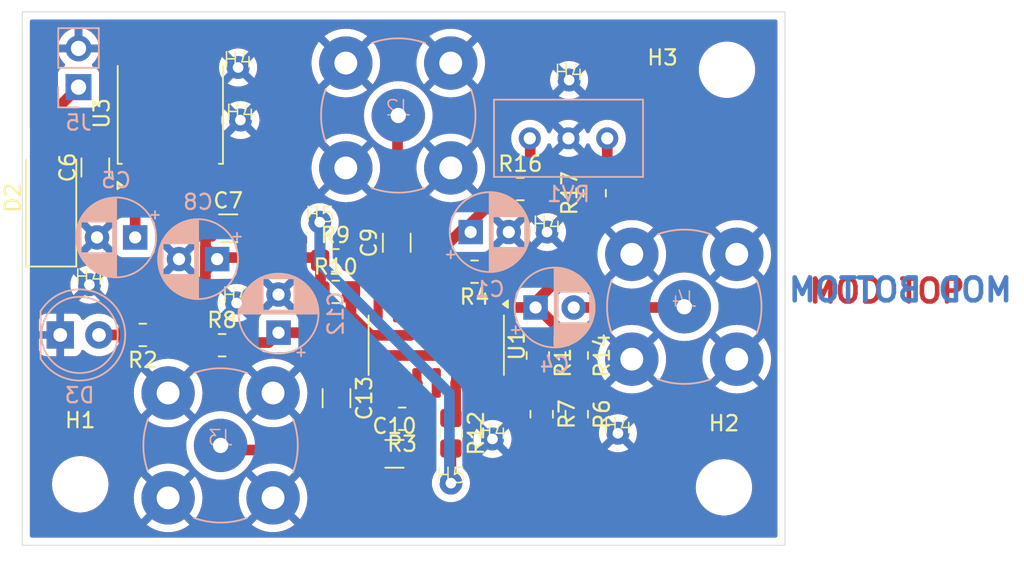
<source format=kicad_pcb>
(kicad_pcb (version 20240108) (generator "pcbnew") (generator_version "8.0")
  (layers (0 "F.Cu" signal) (31 "B.Cu" signal) (34 "B.Paste" user) (35 "F.Paste" user) (36 "B.SilkS" user "B.Silkscreen") (37 "F.SilkS" user "F.Silkscreen") (38 "B.Mask" user) (39 "F.Mask" user) (44 "Edge.Cuts" user))
  (net 0 "")
  (net 1 "Net-(U1-SIG_IN)")
  (net 2 "GND")
  (net 3 "/V_IN")
  (net 4 "+12V")
  (net 5 "Net-(D2-A)")
  (net 6 "Net-(D3-A)")
  (net 7 "Net-(U1-GAIN_ADJ_2)")
  (net 8 "Net-(U1-IN_CARRIER)")
  (net 9 "Net-(U1-BIAS)")
  (net 10 "Net-(U1-GAIN_ADJ)")
  (net 15 "Net-(R14-Pad2)")
  (net 16 "Net-(R12-Pad1)")
  (net 17 "Net-(R16-Pad2)")
  (net 18 "Net-(R17-Pad2)")
  (net 19 "/MOD_A")
  (net 20 "/MOD")
  (net 21 "/OUT_A")
  (net 22 "/OUT")
  (net 23 "/CARRIER")
  (net 24 "/CARRIER_A")
  (footprint "via:Via_0.7x1.5" (layer "F.Cu") (at 151.95 77.95)
    (property "Reference" "H4" (at 0 -0.5 0) (layer "F.SilkS") (effects (font (thickness 0.1))))
    (property "Value" "~")
    (pad "1" thru_hole circle (at 0 0) (size 1.5 1.5) (drill 0.7) (layers "*.Cu" "*.Mask") (net 2 "GND"))
  )
  (footprint "via:Via_0.7x1.5" (layer "F.Cu") (at 152.1 81.4)
    (property "Reference" "H4" (at 0 -0.5 0) (layer "F.SilkS") (effects (font (thickness 0.1))))
    (property "Value" "~")
    (pad "1" thru_hole circle (at 0 0) (size 1.5 1.5) (drill 0.7) (layers "*.Cu" "*.Mask") (net 2 "GND"))
  )
  (footprint "Resistor_SMD:R_0805_2012Metric_Pad1.20x1.40mm_HandSolder" (layer "F.Cu") (at 171.85 100.7 -90)
    (property "Reference" "R7" (at 0 -1.65 90) (layer "F.SilkS"))
    (property "Value" "820")
    (pad "1" smd roundrect (at -1 0 270) (size 1.2 1.4) (layers "F.Cu" "F.Paste" "F.Mask") (roundrect_rratio 0.208333) (net 15 "Net-(R14-Pad2)"))
    (pad "2" smd roundrect (at 1 0 270) (size 1.2 1.4) (layers "F.Cu" "F.Paste" "F.Mask") (roundrect_rratio 0.208333) (net 8 "Net-(U1-IN_CARRIER)"))
  )
  (footprint "Resistor_SMD:R_0805_2012Metric_Pad1.20x1.40mm_HandSolder" (layer "F.Cu") (at 150.9 96.175)
    (property "Reference" "R8" (at 0 -1.65 0) (layer "F.SilkS"))
    (property "Value" "1.3k")
    (pad "1" smd roundrect (at -1 0) (size 1.2 1.4) (layers "F.Cu" "F.Paste" "F.Mask") (roundrect_rratio 0.208333) (net 4 "+12V"))
    (pad "2" smd roundrect (at 1 0) (size 1.2 1.4) (layers "F.Cu" "F.Paste" "F.Mask") (roundrect_rratio 0.208333) (net 8 "Net-(U1-IN_CARRIER)"))
  )
  (footprint "MountingHole:MountingHole_3.2mm_M3" (layer "F.Cu") (at 183.8 105.5)
    (property "Reference" "H2" (at 0 -4.2 0) (layer "F.SilkS"))
    (property "Value" "MountingHole")
    (pad "" np_thru_hole circle (at 0 0) (size 3.2 3.2) (drill 3.2) (layers "*.Cu" "*.Mask"))
  )
  (footprint "Resistor_SMD:R_0805_2012Metric_Pad1.20x1.40mm_HandSolder" (layer "F.Cu") (at 162.7 101 180)
    (property "Reference" "R3" (at 0 -1.65 0) (layer "F.SilkS"))
    (property "Value" "51")
    (pad "1" smd roundrect (at -1 0 180) (size 1.2 1.4) (layers "F.Cu" "F.Paste" "F.Mask") (roundrect_rratio 0.208333) (net 24 "/CARRIER_A"))
    (pad "2" smd roundrect (at 1 0 180) (size 1.2 1.4) (layers "F.Cu" "F.Paste" "F.Mask") (roundrect_rratio 0.208333) (net 8 "Net-(U1-IN_CARRIER)"))
  )
  (footprint "via:Via_0.7x1.5" (layer "F.Cu") (at 142.2 92.2)
    (property "Reference" "H4" (at 0 -0.5 0) (layer "F.SilkS") (effects (font (thickness 0.1))))
    (property "Value" "~")
    (pad "1" thru_hole circle (at 0 0) (size 1.5 1.5) (drill 0.7) (layers "*.Cu" "*.Mask") (net 2 "GND"))
  )
  (footprint "via:Via_0.7x1.5" (layer "F.Cu") (at 151.85 93.4)
    (property "Reference" "H4" (at 0 -0.5 0) (layer "F.SilkS") (effects (font (thickness 0.1))))
    (property "Value" "~")
    (pad "1" thru_hole circle (at 0 0) (size 1.5 1.5) (drill 0.7) (layers "*.Cu" "*.Mask") (net 2 "GND"))
  )
  (footprint "Resistor_SMD:R_0805_2012Metric_Pad1.20x1.40mm_HandSolder" (layer "F.Cu") (at 170.45 85.925)
    (property "Reference" "R16" (at 0 -1.65 0) (layer "F.SilkS"))
    (property "Value" "10k")
    (pad "1" smd roundrect (at -1 0) (size 1.2 1.4) (layers "F.Cu" "F.Paste" "F.Mask") (roundrect_rratio 0.208333) (net 1 "Net-(U1-SIG_IN)"))
    (pad "2" smd roundrect (at 1 0) (size 1.2 1.4) (layers "F.Cu" "F.Paste" "F.Mask") (roundrect_rratio 0.208333) (net 17 "Net-(R16-Pad2)"))
  )
  (footprint "Inductor_SMD:L_1206_3216Metric_Pad1.42x1.75mm_HandSolder" (layer "F.Cu") (at 162.2 103.3)
    (property "Reference" "C10" (at 0 -1.82 0) (layer "F.SilkS"))
    (property "Value" "100n")
    (pad "1" smd roundrect (at -1.4875 0) (size 1.425 1.75) (layers "F.Cu" "F.Paste" "F.Mask") (roundrect_rratio 0.175439) (net 23 "/CARRIER"))
    (pad "2" smd roundrect (at 1.4875 0) (size 1.425 1.75) (layers "F.Cu" "F.Paste" "F.Mask") (roundrect_rratio 0.175439) (net 24 "/CARRIER_A"))
  )
  (footprint "Inductor_SMD:L_1206_3216Metric_Pad1.42x1.75mm_HandSolder" (layer "F.Cu") (at 158.4 99.65 -90)
    (property "Reference" "C13" (at 0 -1.82 90) (layer "F.SilkS"))
    (property "Value" "100n")
    (pad "1" smd roundrect (at -1.4875 0 270) (size 1.425 1.75) (layers "F.Cu" "F.Paste" "F.Mask") (roundrect_rratio 0.175439) (net 8 "Net-(U1-IN_CARRIER)"))
    (pad "2" smd roundrect (at 1.4875 0 270) (size 1.425 1.75) (layers "F.Cu" "F.Paste" "F.Mask") (roundrect_rratio 0.175439) (net 2 "GND"))
  )
  (footprint "MountingHole:MountingHole_3.2mm_M3" (layer "F.Cu") (at 141.6 105.3)
    (property "Reference" "H1" (at 0 -4.2 0) (layer "F.SilkS"))
    (property "Value" "MountingHole")
    (pad "" np_thru_hole circle (at 0 0) (size 3.2 3.2) (drill 3.2) (layers "*.Cu" "*.Mask"))
  )
  (footprint "Resistor_SMD:R_0805_2012Metric_Pad1.20x1.40mm_HandSolder" (layer "F.Cu") (at 175.325 86.2 90)
    (property "Reference" "R17" (at 0 -1.65 90) (layer "F.SilkS"))
    (property "Value" "10k")
    (pad "1" smd roundrect (at -1 0 90) (size 1.2 1.4) (layers "F.Cu" "F.Paste" "F.Mask") (roundrect_rratio 0.208333) (net 19 "/MOD_A"))
    (pad "2" smd roundrect (at 1 0 90) (size 1.2 1.4) (layers "F.Cu" "F.Paste" "F.Mask") (roundrect_rratio 0.208333) (net 18 "Net-(R17-Pad2)"))
  )
  (footprint "Diode_SMD:D_SMA_Handsoldering" (layer "F.Cu") (at 139.6875 86.5 90)
    (property "Reference" "D2" (at 0 -2.5 90) (layer "F.SilkS"))
    (property "Value" "1N4007")
    (pad "1" smd roundrect (at -2.5 0 90) (size 3.5 1.8) (layers "F.Cu" "F.Paste" "F.Mask") (roundrect_rratio 0.1388888889) (net 3 "/V_IN"))
    (pad "2" smd roundrect (at 2.5 0 90) (size 3.5 1.8) (layers "F.Cu" "F.Paste" "F.Mask") (roundrect_rratio 0.1388888889) (net 5 "Net-(D2-A)"))
  )
  (footprint "Resistor_SMD:R_0805_2012Metric_Pad1.20x1.40mm_HandSolder" (layer "F.Cu") (at 171.6 96.85 -90)
    (property "Reference" "R15" (at 0 -1.65 90) (layer "F.SilkS"))
    (property "Value" "100")
    (pad "1" smd roundrect (at -1 0 270) (size 1.2 1.4) (layers "F.Cu" "F.Paste" "F.Mask") (roundrect_rratio 0.208333) (net 1 "Net-(U1-SIG_IN)"))
    (pad "2" smd roundrect (at 1 0 270) (size 1.2 1.4) (layers "F.Cu" "F.Paste" "F.Mask") (roundrect_rratio 0.208333) (net 15 "Net-(R14-Pad2)"))
  )
  (footprint "Inductor_SMD:L_1206_3216Metric_Pad1.42x1.75mm_HandSolder" (layer "F.Cu") (at 151.3 88.5)
    (property "Reference" "C7" (at 0 -1.82 0) (layer "F.SilkS"))
    (property "Value" "100n")
    (pad "1" smd roundrect (at -1.4875 0) (size 1.425 1.75) (layers "F.Cu" "F.Paste" "F.Mask") (roundrect_rratio 0.175439) (net 4 "+12V"))
    (pad "2" smd roundrect (at 1.4875 0) (size 1.425 1.75) (layers "F.Cu" "F.Paste" "F.Mask") (roundrect_rratio 0.175439) (net 2 "GND"))
  )
  (footprint "via:Via_0.7x1.5" (layer "F.Cu") (at 157.3 88.1)
    (property "Reference" "H5" (at 0 -0.5 0) (layer "F.SilkS") (effects (font (thickness 0.1))))
    (property "Value" "~")
    (pad "1" thru_hole circle (at 0 0) (size 1.5 1.5) (drill 0.7) (layers "*.Cu" "*.Mask") (net 4 "+12V"))
  )
  (footprint "Resistor_SMD:R_0805_2012Metric_Pad1.20x1.40mm_HandSolder" (layer "F.Cu") (at 174.15 100.7 -90)
    (property "Reference" "R6" (at 0 -1.65 90) (layer "F.SilkS"))
    (property "Value" "1k")
    (pad "1" smd roundrect (at -1 0 270) (size 1.2 1.4) (layers "F.Cu" "F.Paste" "F.Mask") (roundrect_rratio 0.208333) (net 15 "Net-(R14-Pad2)"))
    (pad "2" smd roundrect (at 1 0 270) (size 1.2 1.4) (layers "F.Cu" "F.Paste" "F.Mask") (roundrect_rratio 0.208333) (net 2 "GND"))
  )
  (footprint "via:Via_0.7x1.5" (layer "F.Cu") (at 165.9 105.225)
    (property "Reference" "H5" (at 0 -0.5 0) (layer "F.SilkS") (effects (font (thickness 0.1))))
    (property "Value" "~")
    (pad "1" thru_hole circle (at 0 0) (size 1.5 1.5) (drill 0.7) (layers "*.Cu" "*.Mask") (net 4 "+12V"))
  )
  (footprint "Package_TO_SOT_SMD:TO-252-2" (layer "F.Cu") (at 147.5075 80.96 90)
    (property "Reference" "U3" (at 0 -4.5 90) (layer "F.SilkS"))
    (property "Value" "L7812")
    (pad "1" smd roundrect (at -5.04 -2.28 90) (size 2.2 1.2) (layers "F.Cu" "F.Paste" "F.Mask") (roundrect_rratio 0.208333) (net 3 "/V_IN"))
    (pad "2" smd roundrect (at -0.415 -1.525 90) (size 3.05 2.75) (layers "F.Cu" "F.Paste") (roundrect_rratio 0.090909) (net 2 "GND"))
    (pad "2" smd roundrect (at -0.415 1.525 90) (size 3.05 2.75) (layers "F.Cu" "F.Paste") (roundrect_rratio 0.090909) (net 2 "GND"))
    (pad "2" smd roundrect (at 1.26 0 90) (size 6.4 5.8) (layers "F.Cu" "F.Mask") (roundrect_rratio 0.043103) (net 2 "GND"))
    (pad "2" smd roundrect (at 2.935 -1.525 90) (size 3.05 2.75) (layers "F.Cu" "F.Paste") (roundrect_rratio 0.090909) (net 2 "GND"))
    (pad "2" smd roundrect (at 2.935 1.525 90) (size 3.05 2.75) (layers "F.Cu" "F.Paste") (roundrect_rratio 0.090909) (net 2 "GND"))
    (pad "3" smd roundrect (at -5.04 2.28 90) (size 2.2 1.2) (layers "F.Cu" "F.Paste" "F.Mask") (roundrect_rratio 0.208333) (net 4 "+12V"))
  )
  (footprint "Inductor_SMD:L_1206_3216Metric_Pad1.42x1.75mm_HandSolder" (layer "F.Cu") (at 142.5875 84.5125 90)
    (property "Reference" "C6" (at 0 -1.82 90) (layer "F.SilkS"))
    (property "Value" "100n")
    (pad "1" smd roundrect (at -1.4875 0 90) (size 1.425 1.75) (layers "F.Cu" "F.Paste" "F.Mask") (roundrect_rratio 0.175439) (net 3 "/V_IN"))
    (pad "2" smd roundrect (at 1.4875 0 90) (size 1.425 1.75) (layers "F.Cu" "F.Paste" "F.Mask") (roundrect_rratio 0.175439) (net 2 "GND"))
  )
  (footprint "via:Via_0.7x1.5" (layer "F.Cu") (at 173.65 78.775)
    (property "Reference" "H4" (at 0 -0.5 0) (layer "F.SilkS") (effects (font (thickness 0.1))))
    (property "Value" "~")
    (pad "1" thru_hole circle (at 0 0) (size 1.5 1.5) (drill 0.7) (layers "*.Cu" "*.Mask") (net 2 "GND"))
  )
  (footprint "MountingHole:MountingHole_3.2mm_M3" (layer "F.Cu") (at 184 78.1)
    (property "Reference" "H3" (at -4.225 -0.8 0) (layer "F.SilkS"))
    (property "Value" "MountingHole")
    (pad "" np_thru_hole circle (at 0 0) (size 3.2 3.2) (drill 3.2) (layers "*.Cu" "*.Mask"))
  )
  (footprint "Resistor_SMD:R_0805_2012Metric_Pad1.20x1.40mm_HandSolder" (layer "F.Cu") (at 158.35 92.675)
    (property "Reference" "R10" (at 0 -1.65 0) (layer "F.SilkS"))
    (property "Value" "10k")
    (pad "1" smd roundrect (at -1 0) (size 1.2 1.4) (layers "F.Cu" "F.Paste" "F.Mask") (roundrect_rratio 0.208333) (net 4 "+12V"))
    (pad "2" smd roundrect (at 1 0) (size 1.2 1.4) (layers "F.Cu" "F.Paste" "F.Mask") (roundrect_rratio 0.208333) (net 9 "Net-(U1-BIAS)"))
  )
  (footprint "Inductor_SMD:L_1206_3216Metric_Pad1.42x1.75mm_HandSolder" (layer "F.Cu") (at 162.35 89.45 90)
    (property "Reference" "C9" (at 0 -1.82 90) (layer "F.SilkS"))
    (property "Value" "100n")
    (pad "1" smd roundrect (at -1.4875 0 90) (size 1.425 1.75) (layers "F.Cu" "F.Paste" "F.Mask") (roundrect_rratio 0.175439) (net 21 "/OUT_A"))
    (pad "2" smd roundrect (at 1.4875 0 90) (size 1.425 1.75) (layers "F.Cu" "F.Paste" "F.Mask") (roundrect_rratio 0.175439) (net 22 "/OUT"))
  )
  (footprint "via:Via_0.7x1.5" (layer "F.Cu") (at 168.625 102.325)
    (property "Reference" "H4" (at 0 -0.5 0) (layer "F.SilkS") (effects (font (thickness 0.1))))
    (property "Value" "~")
    (pad "1" thru_hole circle (at 0 0) (size 1.5 1.5) (drill 0.7) (layers "*.Cu" "*.Mask") (net 2 "GND"))
  )
  (footprint "Resistor_SMD:R_0805_2012Metric_Pad1.20x1.40mm_HandSolder" (layer "F.Cu") (at 174.15 96.85 -90)
    (property "Reference" "R14" (at 0 -1.65 90) (layer "F.SilkS"))
    (property "Value" "100")
    (pad "1" smd roundrect (at -1 0 270) (size 1.2 1.4) (layers "F.Cu" "F.Paste" "F.Mask") (roundrect_rratio 0.208333) (net 19 "/MOD_A"))
    (pad "2" smd roundrect (at 1 0 270) (size 1.2 1.4) (layers "F.Cu" "F.Paste" "F.Mask") (roundrect_rratio 0.208333) (net 15 "Net-(R14-Pad2)"))
  )
  (footprint "Resistor_SMD:R_0805_2012Metric_Pad1.20x1.40mm_HandSolder" (layer "F.Cu") (at 167.45 91.35 180)
    (property "Reference" "R4" (at 0 -1.65 0) (layer "F.SilkS"))
    (property "Value" "1k")
    (pad "1" smd roundrect (at -1 0 180) (size 1.2 1.4) (layers "F.Cu" "F.Paste" "F.Mask") (roundrect_rratio 0.208333) (net 10 "Net-(U1-GAIN_ADJ)"))
    (pad "2" smd roundrect (at 1 0 180) (size 1.2 1.4) (layers "F.Cu" "F.Paste" "F.Mask") (roundrect_rratio 0.208333) (net 7 "Net-(U1-GAIN_ADJ_2)"))
  )
  (footprint "Resistor_SMD:R_0805_2012Metric_Pad1.20x1.40mm_HandSolder" (layer "F.Cu") (at 165.9 101.95 -90)
    (property "Reference" "R12" (at 0 -1.65 90) (layer "F.SilkS"))
    (property "Value" "3k")
    (pad "1" smd roundrect (at -1 0 270) (size 1.2 1.4) (layers "F.Cu" "F.Paste" "F.Mask") (roundrect_rratio 0.208333) (net 16 "Net-(R12-Pad1)"))
    (pad "2" smd roundrect (at 1 0 270) (size 1.2 1.4) (layers "F.Cu" "F.Paste" "F.Mask") (roundrect_rratio 0.208333) (net 4 "+12V"))
  )
  (footprint "via:Via_0.7x1.5" (layer "F.Cu") (at 176.85 101.95)
    (property "Reference" "H4" (at 0 -0.5 0) (layer "F.SilkS") (effects (font (thickness 0.1))))
    (property "Value" "~")
    (pad "1" thru_hole circle (at 0 0) (size 1.5 1.5) (drill 0.7) (layers "*.Cu" "*.Mask") (net 2 "GND"))
  )
  (footprint "via:Via_0.7x1.5" (layer "F.Cu") (at 172.2 88.75)
    (property "Reference" "H4" (at 0 -0.5 0) (layer "F.SilkS") (effects (font (thickness 0.1))))
    (property "Value" "~")
    (pad "1" thru_hole circle (at 0 0) (size 1.5 1.5) (drill 0.7) (layers "*.Cu" "*.Mask") (net 2 "GND"))
  )
  (footprint "Resistor_SMD:R_0805_2012Metric_Pad1.20x1.40mm_HandSolder" (layer "F.Cu") (at 145.7 95.5 180)
    (property "Reference" "R2" (at 0 -1.65 0) (layer "F.SilkS"))
    (property "Value" "1k")
    (pad "1" smd roundrect (at -1 0 180) (size 1.2 1.4) (layers "F.Cu" "F.Paste" "F.Mask") (roundrect_rratio 0.208333) (net 4 "+12V"))
    (pad "2" smd roundrect (at 1 0 180) (size 1.2 1.4) (layers "F.Cu" "F.Paste" "F.Mask") (roundrect_rratio 0.208333) (net 6 "Net-(D3-A)"))
  )
  (footprint "Resistor_SMD:R_0805_2012Metric_Pad1.20x1.40mm_HandSolder" (layer "F.Cu") (at 158.325 90.6)
    (property "Reference" "R9" (at 0 -1.65 0) (layer "F.SilkS"))
    (property "Value" "3k")
    (pad "1" smd roundrect (at -1 0) (size 1.2 1.4) (layers "F.Cu" "F.Paste" "F.Mask") (roundrect_rratio 0.208333) (net 4 "+12V"))
    (pad "2" smd roundrect (at 1 0) (size 1.2 1.4) (layers "F.Cu" "F.Paste" "F.Mask") (roundrect_rratio 0.208333) (net 21 "/OUT_A"))
  )
  (footprint "Package_SO:SOIC-14_3.9x8.7mm_P1.27mm" (layer "F.Cu") (at 164.94 96.175 -90)
    (property "Reference" "U1" (at 0 -5.28 90) (layer "F.SilkS"))
    (property "Value" "MC1496D")
    (pad "1" smd roundrect (at -2.475 -3.81 270) (size 1.95 0.6) (layers "F.Cu" "F.Paste" "F.Mask") (net 19 "/MOD_A"))
    (pad "2" smd roundrect (at -2.475 -2.54 270) (size 1.95 0.6) (layers "F.Cu" "F.Paste" "F.Mask") (net 10 "Net-(U1-GAIN_ADJ)"))
    (pad "3" smd roundrect (at -2.475 -1.27 270) (size 1.95 0.6) (layers "F.Cu" "F.Paste" "F.Mask") (net 7 "Net-(U1-GAIN_ADJ_2)"))
    (pad "4" smd roundrect (at -2.475 0 270) (size 1.95 0.6) (layers "F.Cu" "F.Paste" "F.Mask") (net 1 "Net-(U1-SIG_IN)"))
    (pad "5" smd roundrect (at -2.475 1.27 270) (size 1.95 0.6) (layers "F.Cu" "F.Paste" "F.Mask") (net 9 "Net-(U1-BIAS)"))
    (pad "6" smd roundrect (at -2.475 2.54 270) (size 1.95 0.6) (layers "F.Cu" "F.Paste" "F.Mask") (net 21 "/OUT_A"))
    (pad "7" smd roundrect (at -2.475 3.81 270) (size 1.95 0.6) (layers "F.Cu" "F.Paste" "F.Mask"))
    (pad "8" smd roundrect (at 2.475 3.81 270) (size 1.95 0.6) (layers "F.Cu" "F.Paste" "F.Mask") (net 8 "Net-(U1-IN_CARRIER)"))
    (pad "9" smd roundrect (at 2.475 2.54 270) (size 1.95 0.6) (layers "F.Cu" "F.Paste" "F.Mask"))
    (pad "10" smd roundrect (at 2.475 1.27 270) (size 1.95 0.6) (layers "F.Cu" "F.Paste" "F.Mask") (net 24 "/CARRIER_A"))
    (pad "11" smd roundrect (at 2.475 0 270) (size 1.95 0.6) (layers "F.Cu" "F.Paste" "F.Mask"))
    (pad "12" smd roundrect (at 2.475 -1.27 270) (size 1.95 0.6) (layers "F.Cu" "F.Paste" "F.Mask") (net 16 "Net-(R12-Pad1)"))
    (pad "13" smd roundrect (at 2.475 -2.54 270) (size 1.95 0.6) (layers "F.Cu" "F.Paste" "F.Mask"))
    (pad "14" smd roundrect (at 2.475 -3.81 270) (size 1.95 0.6) (layers "F.Cu" "F.Paste" "F.Mask") (net 2 "GND"))
  )
  (footprint "Capacitor_THT:CP_Radial_D5.0mm_P2.50mm" (layer "B.Cu") (at 145.2 89.1 180)
    (property "Reference" "C5" (at 1.25 3.75 0) (layer "B.SilkS") (effects (justify mirror)))
    (property "Value" "10u")
    (pad "1" thru_hole rect (at 0 0 180) (size 1.6 1.6) (drill 0.8) (layers "*.Cu" "*.Mask") (net 3 "/V_IN"))
    (pad "2" thru_hole circle (at 2.5 0 180) (size 1.6 1.6) (drill 0.8) (layers "*.Cu" "*.Mask") (net 2 "GND"))
  )
  (footprint "LED_THT:LED_D5.0mm" (layer "B.Cu") (at 140.2875 95.5)
    (property "Reference" "D3" (at 1.27 3.96 0) (layer "B.SilkS") (effects (justify mirror)))
    (property "Value" "LED")
    (pad "1" thru_hole rect (at 0 0) (size 1.8 1.8) (drill 0.9) (layers "*.Cu" "*.Mask") (net 2 "GND"))
    (pad "2" thru_hole circle (at 2.54 0) (size 1.8 1.8) (drill 0.9) (layers "*.Cu" "*.Mask") (net 6 "Net-(D3-A)"))
  )
  (footprint "Capacitor_THT:CP_Radial_D5.0mm_P2.50mm" (layer "B.Cu") (at 150.575 90.525 180)
    (property "Reference" "C8" (at 1.25 3.75 0) (layer "B.SilkS") (effects (justify mirror)))
    (property "Value" "10u")
    (pad "1" thru_hole rect (at 0 0 180) (size 1.6 1.6) (drill 0.8) (layers "*.Cu" "*.Mask") (net 4 "+12V"))
    (pad "2" thru_hole circle (at 2.5 0 180) (size 1.6 1.6) (drill 0.8) (layers "*.Cu" "*.Mask") (net 2 "GND"))
  )
  (footprint "Potentiometer_THT:Potentiometer_Bourns_3296W_Vertical" (layer "B.Cu") (at 176.15 82.6)
    (property "Reference" "RV1" (at -2.54 3.66 0) (layer "B.SilkS") (effects (justify mirror)))
    (property "Value" "10k")
    (pad "1" thru_hole circle (at 0 0) (size 1.44 1.44) (drill 0.8) (layers "*.Cu" "*.Mask") (net 18 "Net-(R17-Pad2)"))
    (pad "2" thru_hole circle (at -2.54 0) (size 1.44 1.44) (drill 0.8) (layers "*.Cu" "*.Mask") (net 2 "GND"))
    (pad "3" thru_hole circle (at -5.08 0) (size 1.44 1.44) (drill 0.8) (layers "*.Cu" "*.Mask") (net 17 "Net-(R16-Pad2)"))
  )
  (footprint "connector:BNC_TEConnectivity_413969-2" (layer "B.Cu") (at 150.8 102.75 180)
    (property "Reference" "J3" (at 0 0.5 0) (layer "B.SilkS") (effects (font (thickness 0.1)) (justify mirror)))
    (property "Value" "CARRIER_IN")
    (pad "1" thru_hole circle (at 0 0 180) (size 3.5 3.5) (drill 1) (layers "*.Cu" "*.Mask") (net 23 "/CARRIER"))
    (pad "2" thru_hole circle (at -3.44 -3.44 180) (size 3.5 3.5) (drill 1.5) (layers "*.Cu" "*.Mask") (net 2 "GND"))
    (pad "2" thru_hole circle (at -3.44 3.44 180) (size 3.5 3.5) (drill 1.5) (layers "*.Cu" "*.Mask") (net 2 "GND"))
    (pad "2" thru_hole circle (at 3.44 -3.44 180) (size 3.5 3.5) (drill 1.5) (layers "*.Cu" "*.Mask") (net 2 "GND"))
    (pad "2" thru_hole circle (at 3.44 3.44 180) (size 3.5 3.5) (drill 1.5) (layers "*.Cu" "*.Mask") (net 2 "GND"))
  )
  (footprint "connector:BNC_TEConnectivity_413969-2" (layer "B.Cu") (at 181.2 93.65 180)
    (property "Reference" "J4" (at 0 0.5 0) (layer "B.SilkS") (effects (font (thickness 0.1)) (justify mirror)))
    (property "Value" "MODULATING")
    (pad "1" thru_hole circle (at 0 0 180) (size 3.5 3.5) (drill 1) (layers "*.Cu" "*.Mask") (net 20 "/MOD"))
    (pad "2" thru_hole circle (at -3.44 -3.44 180) (size 3.5 3.5) (drill 1.5) (layers "*.Cu" "*.Mask") (net 2 "GND"))
    (pad "2" thru_hole circle (at -3.44 3.44 180) (size 3.5 3.5) (drill 1.5) (layers "*.Cu" "*.Mask") (net 2 "GND"))
    (pad "2" thru_hole circle (at 3.44 -3.44 180) (size 3.5 3.5) (drill 1.5) (layers "*.Cu" "*.Mask") (net 2 "GND"))
    (pad "2" thru_hole circle (at 3.44 3.44 180) (size 3.5 3.5) (drill 1.5) (layers "*.Cu" "*.Mask") (net 2 "GND"))
  )
  (footprint "Capacitor_THT:CP_Radial_D5.0mm_P2.50mm" (layer "B.Cu") (at 171.45 93.7)
    (property "Reference" "C4" (at 1.25 3.75 0) (layer "B.SilkS") (effects (justify mirror)))
    (property "Value" "10u")
    (pad "1" thru_hole rect (at 0 0) (size 1.6 1.6) (drill 0.8) (layers "*.Cu" "*.Mask") (net 19 "/MOD_A"))
    (pad "2" thru_hole circle (at 2.5 0) (size 1.6 1.6) (drill 0.8) (layers "*.Cu" "*.Mask") (net 20 "/MOD"))
  )
  (footprint "Capacitor_THT:CP_Radial_D5.0mm_P2.50mm" (layer "B.Cu") (at 167.194888 88.75)
    (property "Reference" "C1" (at 1.25 3.75 0) (layer "B.SilkS") (effects (justify mirror)))
    (property "Value" "25u")
    (pad "1" thru_hole rect (at 0 0) (size 1.6 1.6) (drill 0.8) (layers "*.Cu" "*.Mask") (net 1 "Net-(U1-SIG_IN)"))
    (pad "2" thru_hole circle (at 2.5 0) (size 1.6 1.6) (drill 0.8) (layers "*.Cu" "*.Mask") (net 2 "GND"))
  )
  (footprint "connector:BNC_TEConnectivity_413969-2" (layer "B.Cu") (at 162.45 81.1 180)
    (property "Reference" "J2" (at 0 0.5 0) (layer "B.SilkS") (effects (font (thickness 0.1)) (justify mirror)))
    (property "Value" "OUTPUT")
    (pad "1" thru_hole circle (at 0 0 180) (size 3.5 3.5) (drill 1) (layers "*.Cu" "*.Mask") (net 22 "/OUT"))
    (pad "2" thru_hole circle (at -3.44 -3.44 180) (size 3.5 3.5) (drill 1.5) (layers "*.Cu" "*.Mask") (net 2 "GND"))
    (pad "2" thru_hole circle (at -3.44 3.44 180) (size 3.5 3.5) (drill 1.5) (layers "*.Cu" "*.Mask") (net 2 "GND"))
    (pad "2" thru_hole circle (at 3.44 -3.44 180) (size 3.5 3.5) (drill 1.5) (layers "*.Cu" "*.Mask") (net 2 "GND"))
    (pad "2" thru_hole circle (at 3.44 3.44 180) (size 3.5 3.5) (drill 1.5) (layers "*.Cu" "*.Mask") (net 2 "GND"))
  )
  (footprint "Capacitor_THT:CP_Radial_D5.0mm_P2.50mm" (layer "B.Cu") (at 154.6 95.35 90)
    (property "Reference" "C12" (at 1.25 3.75 90) (layer "B.SilkS") (effects (justify mirror)))
    (property "Value" "25u")
    (pad "1" thru_hole rect (at 0 0 90) (size 1.6 1.6) (drill 0.8) (layers "*.Cu" "*.Mask") (net 8 "Net-(U1-IN_CARRIER)"))
    (pad "2" thru_hole circle (at 2.5 0 90) (size 1.6 1.6) (drill 0.8) (layers "*.Cu" "*.Mask") (net 2 "GND"))
  )
  (footprint "Connector_PinHeader_2.54mm:PinHeader_1x02_P2.54mm_Vertical" (layer "B.Cu") (at 141.4875 79.24)
    (property "Reference" "J5" (at 0 2.33 0) (layer "B.SilkS") (effects (justify mirror)))
    (property "Value" "POWER")
    (pad "1" thru_hole rect (at 0 0) (size 1.7 1.7) (drill 1) (layers "*.Cu" "*.Mask") (net 5 "Net-(D2-A)"))
    (pad "2" thru_hole oval (at 0 -2.54) (size 1.7 1.7) (drill 1) (layers "*.Cu" "*.Mask") (net 2 "GND"))
  )
  (gr_rect (start 137.8 74.3) (end 187.8 109.3) (stroke (width 0.05)) (fill none) (layer "Edge.Cuts"))
  (gr_text "MOD TOP" (at 189.225 93.5 0) (layer "F.Cu") (effects (font (size 1.5 1.5) (thickness 0.3) (bold yes)) (justify left bottom)))
  (gr_text "MOD BOTTOM" (at 202.85 93.425 0) (layer "B.Cu") (effects (font (size 1.5 1.5) (thickness 0.3) (bold yes)) (justify left bottom mirror)))
  (segment (start 164.94 94.674999) (end 164.94 93.7) (width 0.7) (layer "F.Cu") (net 1))
  (segment (start 165.715001 95.45) (end 164.94 94.674999) (width 0.7) (layer "F.Cu") (net 1))
  (segment (start 171.6 95.85) (end 171.2 95.45) (width 0.7) (layer "F.Cu") (net 1))
  (segment (start 166.825 88.4) (end 167.2 88.4) (width 0.7) (layer "F.Cu") (net 1))
  (segment (start 164.94 93.7) (end 164.94 94.399106) (width 0.5) (layer "F.Cu") (net 1))
  (segment (start 167.194888 88.75) (end 167.194888 88.180112) (width 0.7) (layer "F.Cu") (net 1))
  (segment (start 164.94 93.7) (end 164.95 93.69) (width 0.7) (layer "F.Cu") (net 1))
  (segment (start 167.194888 88.180112) (end 169.45 85.925) (width 0.7) (layer "F.Cu") (net 1))
  (segment (start 164.95 90.275) (end 166.825 88.4) (width 0.7) (layer "F.Cu") (net 1))
  (segment (start 171.2 95.45) (end 165.715001 95.45) (width 0.7) (layer "F.Cu") (net 1))
  (segment (start 164.95 93.69) (end 164.95 90.275) (width 0.7) (layer "F.Cu") (net 1))
  (segment (start 168.75 98.65) (end 168.75 99.65) (width 0.7) (layer "F.Cu") (net 2))
  (segment (start 168.75 99.65) (end 167.975 100.425) (width 0.7) (layer "F.Cu") (net 2))
  (segment (start 139.6875 88.9) (end 142.5875 86) (width 0.7) (layer "F.Cu") (net 3))
  (segment (start 139.6875 89) (end 139.6875 88.9) (width 0.7) (layer "F.Cu") (net 3))
  (segment (start 145.2 86.0275) (end 145.2275 86) (width 0.7) (layer "F.Cu") (net 3))
  (segment (start 145.2 89.1) (end 145.2 86.0275) (width 0.7) (layer "F.Cu") (net 3))
  (segment (start 142.5875 86) (end 145.2275 86) (width 0.7) (layer "F.Cu") (net 3))
  (segment (start 149.8 96.075) (end 149.8 91.675) (width 0.7) (layer "F.Cu") (net 4))
  (segment (start 149.8125 89.7625) (end 149.8 89.775) (width 0.7) (layer "F.Cu") (net 4))
  (segment (start 149.9 96.175) (end 149.8 96.075) (width 0.7) (layer "F.Cu") (net 4))
  (segment (start 149.8 91.675) (end 149.8 91.3) (width 0.7) (layer "F.Cu") (net 4))
  (segment (start 149.675 95.95) (end 147.15 95.95) (width 0.7) (layer "F.Cu") (net 4))
  (segment (start 149.9 96.175) (end 149.675 95.95) (width 0.7) (layer "F.Cu") (net 4))
  (segment (start 149.7875 86) (end 149.7875 88.475) (width 0.7) (layer "F.Cu") (net 4))
  (segment (start 149.8 91.3) (end 150.575 90.525) (width 0.7) (layer "F.Cu") (net 4))
  (segment (start 157.35 90.625) (end 157.325 90.6) (width 0.7) (layer "F.Cu") (net 4))
  (segment (start 157.325 90.6) (end 157.15 90.425) (width 0.7) (layer "F.Cu") (net 4))
  (segment (start 157.325 90.6) (end 157.325 88.125) (width 0.7) (layer "F.Cu") (net 4))
  (segment (start 150.675 90.425) (end 150.575 90.525) (width 0.7) (layer "F.Cu") (net 4))
  (segment (start 157.325 88.125) (end 157.3 88.1) (width 0.7) (layer "F.Cu") (net 4))
  (segment (start 149.7875 88.475) (end 149.8125 88.5) (width 0.7) (layer "F.Cu") (net 4))
  (segment (start 147.15 95.95) (end 146.7 95.5) (width 0.7) (layer "F.Cu") (net 4))
  (segment (start 149.8 89.775) (end 149.8 91.675) (width 0.7) (layer "F.Cu") (net 4))
  (segment (start 157.15 90.425) (end 150.675 90.425) (width 0.7) (layer "F.Cu") (net 4))
  (segment (start 165.9 105.225) (end 165.9 102.95) (width 0.7) (layer "F.Cu") (net 4))
  (segment (start 149.8125 89.7625) (end 149.8125 88.5) (width 0.7) (layer "F.Cu") (net 4))
  (segment (start 150.575 90.525) (end 149.8125 89.7625) (width 0.7) (layer "F.Cu") (net 4))
  (segment (start 157.35 92.675) (end 157.35 90.625) (width 0.7) (layer "F.Cu") (net 4))
  (segment (start 165.8 99.325) (end 165.8 105.125) (width 0.7) (layer "B.Cu") (net 4))
  (segment (start 165.8 105.125) (end 165.9 105.225) (width 0.7) (layer "B.Cu") (net 4))
  (segment (start 157.3 88.1) (end 157.3 90.825) (width 0.7) (layer "B.Cu") (net 4))
  (segment (start 157.3 90.825) (end 165.8 99.325) (width 0.7) (layer "B.Cu") (net 4))
  (segment (start 139.6875 81.04) (end 139.6875 84) (width 0.7) (layer "F.Cu") (net 5))
  (segment (start 141.4875 79.24) (end 139.6875 81.04) (width 0.7) (layer "F.Cu") (net 5))
  (segment (start 142.8275 95.5) (end 144.7 95.5) (width 0.7) (layer "F.Cu") (net 6))
  (segment (start 166.21 93.7) (end 166.21 91.59) (width 0.7) (layer "F.Cu") (net 7))
  (segment (start 166.21 91.59) (end 166.45 91.35) (width 0.7) (layer "F.Cu") (net 7))
  (segment (start 171.85 101.7) (end 171.525 101.7) (width 0.7) (layer "F.Cu") (net 8))
  (segment (start 156 95.35) (end 154.6 95.35) (width 0.7) (layer "F.Cu") (net 8))
  (segment (start 158.4125 98.175) (end 158.4 98.1625) (width 0.7) (layer "F.Cu") (net 8))
  (segment (start 161.75 96.85) (end 161.13 97.47) (width 0.7) (layer "F.Cu") (net 8))
  (segment (start 152.075 96) (end 151.9 96.175) (width 0.7) (layer "F.Cu") (net 8))
  (segment (start 170.025 100.2) (end 170.025 97.525) (width 0.7) (layer "F.Cu") (net 8))
  (segment (start 158.4 97.75) (end 156 95.35) (width 0.7) (layer "F.Cu") (net 8))
  (segment (start 160.655 98.175) (end 158.4125 98.175) (width 0.7) (layer "F.Cu") (net 8))
  (segment (start 158.4 98.1625) (end 158.4 97.75) (width 0.7) (layer "F.Cu") (net 8))
  (segment (start 161.13 98.65) (end 160.655 98.175) (width 0.7) (layer "F.Cu") (net 8))
  (segment (start 161.13 97.47) (end 161.13 98.65) (width 0.7) (layer "F.Cu") (net 8))
  (segment (start 161.13 98.65) (end 161.13 100.43) (width 0.7) (layer "F.Cu") (net 8))
  (segment (start 161.13 100.43) (end 161.7 101) (width 0.7) (layer "F.Cu") (net 8))
  (segment (start 170.025 97.525) (end 169.35 96.85) (width 0.7) (layer "F.Cu") (net 8))
  (segment (start 153.95 96) (end 152.075 96) (width 0.7) (layer "F.Cu") (net 8))
  (segment (start 154.6 95.35) (end 153.95 96) (width 0.7) (layer "F.Cu") (net 8))
  (segment (start 171.525 101.7) (end 170.025 100.2) (width 0.7) (layer "F.Cu") (net 8))
  (segment (start 169.35 96.85) (end 161.75 96.85) (width 0.7) (layer "F.Cu") (net 8))
  (segment (start 163.67 95.105) (end 163.25 95.525) (width 0.7) (layer "F.Cu") (net 9))
  (segment (start 159.35 94.225) (end 159.35 92.675) (width 0.7) (layer "F.Cu") (net 9))
  (segment (start 160.65 95.525) (end 159.35 94.225) (width 0.7) (layer "F.Cu") (net 9))
  (segment (start 163.67 93.7) (end 163.67 95.105) (width 0.7) (layer "F.Cu") (net 9))
  (segment (start 163.25 95.525) (end 160.65 95.525) (width 0.7) (layer "F.Cu") (net 9))
  (segment (start 167.48 92.32) (end 168.45 91.35) (width 0.7) (layer "F.Cu") (net 10))
  (segment (start 167.48 93.7) (end 167.48 92.32) (width 0.7) (layer "F.Cu") (net 10))
  (segment (start 171.85 99.7) (end 171.9 99.75) (width 0.7) (layer "F.Cu") (net 15))
  (segment (start 173 99.7) (end 172.95 99.75) (width 0.7) (layer "F.Cu") (net 15))
  (segment (start 174.1 99.75) (end 174.15 99.7) (width 0.7) (layer "F.Cu") (net 15))
  (segment (start 173 97.85) (end 173 99.7) (width 0.7) (layer "F.Cu") (net 15))
  (segment (start 174.15 97.85) (end 173 97.85) (width 0.7) (layer "F.Cu") (net 15))
  (segment (start 171.9 99.75) (end 172.95 99.75) (width 0.7) (layer "F.Cu") (net 15))
  (segment (start 173 97.85) (end 171.6 97.85) (width 0.7) (layer "F.Cu") (net 15))
  (segment (start 172.95 99.75) (end 174.1 99.75) (width 0.7) (layer "F.Cu") (net 15))
  (segment (start 165.9 100.95) (end 166.21 100.64) (width 0.7) (layer "F.Cu") (net 16))
  (segment (start 166.21 100.64) (end 166.21 98.65) (width 0.7) (layer "F.Cu") (net 16))
  (segment (start 171.45 85.925) (end 171.1 85.575) (width 0.7) (layer "F.Cu") (net 17))
  (segment (start 171.1 85.575) (end 171.1 82.63) (width 0.7) (layer "F.Cu") (net 17))
  (segment (start 171.1 82.63) (end 171.07 82.6) (width 0.7) (layer "F.Cu") (net 17))
  (segment (start 176.15 83.95) (end 176.15 82.6) (width 0.7) (layer "F.Cu") (net 18))
  (segment (start 175.325 84.775) (end 176.15 83.95) (width 0.7) (layer "F.Cu") (net 18))
  (segment (start 175.325 85.2) (end 175.325 84.775) (width 0.7) (layer "F.Cu") (net 18))
  (segment (start 174.775 87.75) (end 175.325 87.2) (width 0.7) (layer "F.Cu") (net 19))
  (segment (start 171.575 93.7) (end 173.725 95.85) (width 0.7) (layer "F.Cu") (net 19))
  (segment (start 173.725 95.85) (end 174.15 95.85) (width 0.7) (layer "F.Cu") (net 19))
  (segment (start 174.775 90) (end 174.775 87.75) (width 0.7) (layer "F.Cu") (net 19))
  (segment (start 171.45 93.7) (end 171.575 93.7) (width 0.7) (layer "F.Cu") (net 19))
  (segment (start 168.75 93.7) (end 171.45 93.7) (width 0.7) (layer "F.Cu") (net 19))
  (segment (start 171.45 93.325) (end 174.775 90) (width 0.7) (layer "F.Cu") (net 19))
  (segment (start 171.45 93.7) (end 171.45 93.325) (width 0.7) (layer "F.Cu") (net 19))
  (segment (start 173.95 93.7) (end 181.15 93.7) (width 0.7) (layer "F.Cu") (net 20))
  (segment (start 181.15 93.7) (end 181.2 93.65) (width 0.7) (layer "F.Cu") (net 20))
  (segment (start 162.35 90.9375) (end 162.0125 90.6) (width 0.7) (layer "F.Cu") (net 21))
  (segment (start 162.4 90.9875) (end 162.35 90.9375) (width 0.7) (layer "F.Cu") (net 21))
  (segment (start 162.4 93.7) (end 162.4 90.9875) (width 0.7) (layer "F.Cu") (net 21))
  (segment (start 162.0125 90.6) (end 159.325 90.6) (width 0.7) (layer "F.Cu") (net 21))
  (segment (start 162.4 87.9125) (end 162.4 81.15) (width 0.7) (layer "F.Cu") (net 22))
  (segment (start 162.4 81.15) (end 162.45 81.1) (width 0.7) (layer "F.Cu") (net 22))
  (segment (start 162.35 87.9625) (end 162.4 87.9125) (width 0.7) (layer "F.Cu") (net 22))
  (segment (start 151.1 103.05) (end 150.8 102.75) (width 0.7) (layer "F.Cu") (net 23))
  (segment (start 160.7125 103.3) (end 160.4625 103.05) (width 0.7) (layer "F.Cu") (net 23))
  (segment (start 160.4625 103.05) (end 151.1 103.05) (width 0.7) (layer "F.Cu") (net 23))
  (segment (start 163.7 98.68) (end 163.67 98.65) (width 0.7) (layer "F.Cu") (net 24))
  (segment (start 163.6875 103.3) (end 163.6875 101.0125) (width 0.7) (layer "F.Cu") (net 24))
  (segment (start 163.6875 101.0125) (end 163.7 101) (width 0.7) (layer "F.Cu") (net 24))
  (segment (start 163.7 101) (end 163.7 98.68) (width 0.7) (layer "F.Cu") (net 24))
  (zone (net 2) (net_name "GND") (layers "F&B.Cu") (connect_pads (clearance 0.5)) (min_thickness 0.25) (fill yes (thermal_gap 0.5) (thermal_bridge_width 0.5))
    (polygon (pts (xy 137.8 74.3) (xy 187.8 74.3) (xy 187.8 109.3) (xy 137.8 109.3)))
  )
)
</source>
